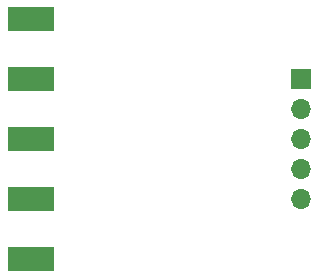
<source format=gbl>
%TF.GenerationSoftware,KiCad,Pcbnew,(6.0.5)*%
%TF.CreationDate,2022-05-28T22:26:29+02:00*%
%TF.ProjectId,KitchenWeight,4b697463-6865-46e5-9765-696768742e6b,rev?*%
%TF.SameCoordinates,Original*%
%TF.FileFunction,Copper,L2,Bot*%
%TF.FilePolarity,Positive*%
%FSLAX46Y46*%
G04 Gerber Fmt 4.6, Leading zero omitted, Abs format (unit mm)*
G04 Created by KiCad (PCBNEW (6.0.5)) date 2022-05-28 22:26:29*
%MOMM*%
%LPD*%
G01*
G04 APERTURE LIST*
%TA.AperFunction,ComponentPad*%
%ADD10R,4.000000X2.000000*%
%TD*%
%TA.AperFunction,ComponentPad*%
%ADD11R,1.700000X1.700000*%
%TD*%
%TA.AperFunction,ComponentPad*%
%ADD12O,1.700000X1.700000*%
%TD*%
G04 APERTURE END LIST*
D10*
X96520000Y-45720000D03*
X96520000Y-50800000D03*
X96520000Y-30480000D03*
X96520000Y-40640000D03*
X96520000Y-35560000D03*
D11*
X119380000Y-35560000D03*
D12*
X119380000Y-38100000D03*
X119380000Y-40640000D03*
X119380000Y-43180000D03*
X119380000Y-45720000D03*
M02*

</source>
